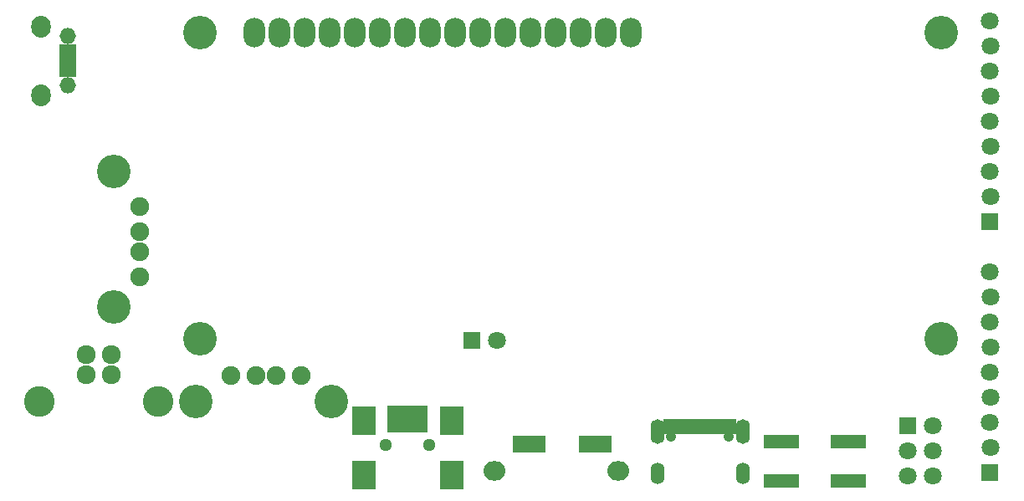
<source format=gbr>
G04 #@! TF.FileFunction,Soldermask,Top*
%FSLAX46Y46*%
G04 Gerber Fmt 4.6, Leading zero omitted, Abs format (unit mm)*
G04 Created by KiCad (PCBNEW 4.0.5+dfsg1-4) date Fri Oct  5 16:33:36 2018*
%MOMM*%
%LPD*%
G01*
G04 APERTURE LIST*
%ADD10C,0.100000*%
%ADD11O,1.400000X2.200000*%
%ADD12O,1.400000X2.500000*%
%ADD13C,1.050000*%
%ADD14R,0.700000X1.540000*%
%ADD15R,1.797000X1.797000*%
%ADD16C,1.797000*%
%ADD17R,0.900380X2.701240*%
%ADD18R,2.398980X2.899360*%
%ADD19C,1.299160*%
%ADD20R,0.800000X1.750000*%
%ADD21O,2.200000X1.950000*%
%ADD22C,1.901140*%
%ADD23C,3.399740*%
%ADD24C,1.924000*%
%ADD25C,3.100020*%
%ADD26R,1.750000X0.800000*%
%ADD27O,1.650000X1.650000*%
%ADD28O,1.950000X2.200000*%
%ADD29R,3.600000X1.400000*%
%ADD30O,2.200000X3.000000*%
%ADD31C,3.400000*%
G04 APERTURE END LIST*
D10*
D11*
X114760000Y-97590000D03*
X123400000Y-97590000D03*
D12*
X114760000Y-93410000D03*
X123400000Y-93410000D03*
D13*
X116190000Y-93910000D03*
X121970000Y-93910000D03*
D14*
X117330000Y-92840000D03*
X117830000Y-92840000D03*
X118330000Y-92840000D03*
X118830000Y-92840000D03*
X119330000Y-92840000D03*
X119830000Y-92840000D03*
X120330000Y-92840000D03*
X120830000Y-92840000D03*
X115730000Y-92840000D03*
X116030000Y-92840000D03*
X116530000Y-92840000D03*
X116830000Y-92840000D03*
X121330000Y-92840000D03*
X121630000Y-92840000D03*
X122130000Y-92840000D03*
X122430000Y-92840000D03*
D15*
X140140000Y-92750000D03*
D16*
X142680000Y-92750000D03*
X140140000Y-95290000D03*
X142680000Y-95290000D03*
X140140000Y-97830000D03*
X142680000Y-97830000D03*
D15*
X95984575Y-84132751D03*
D16*
X98524575Y-84132751D03*
D17*
X87899800Y-92150680D03*
X88699900Y-92150680D03*
X89500000Y-92150680D03*
X90300100Y-92150680D03*
X91100200Y-92150680D03*
D18*
X85049920Y-92249740D03*
X85049920Y-97748840D03*
X93950080Y-92249740D03*
X93950080Y-97748840D03*
D19*
X87300360Y-94749100D03*
X91699640Y-94749100D03*
D20*
X109800000Y-94637460D03*
X109150000Y-94637460D03*
X101799100Y-94637460D03*
X107850000Y-94637460D03*
X107200000Y-94637460D03*
X100499100Y-94637460D03*
X101149100Y-94637460D03*
X108500000Y-94637460D03*
X102449100Y-94637460D03*
X103099100Y-94637460D03*
D21*
X98299100Y-97337460D03*
X110850000Y-97337460D03*
D22*
X78772000Y-87700000D03*
X76232000Y-87700000D03*
X74200000Y-87700000D03*
X71660000Y-87700000D03*
D23*
X81820000Y-90367000D03*
X68104000Y-90367000D03*
D22*
X62402120Y-77712860D03*
X62402120Y-75172860D03*
X62402120Y-73140860D03*
X62402120Y-70600860D03*
D23*
X59735120Y-80760860D03*
X59735120Y-67044860D03*
D24*
X57000000Y-85600000D03*
X59540000Y-85600000D03*
X59540000Y-87598980D03*
X57000000Y-87598980D03*
D25*
X52270520Y-90299000D03*
X64269480Y-90299000D03*
D16*
X148400000Y-92420000D03*
X148521920Y-89880000D03*
X148400000Y-87340000D03*
X148521920Y-84800000D03*
X148400000Y-82260000D03*
X148521920Y-94960000D03*
X148521920Y-79720000D03*
D15*
X148400000Y-97500000D03*
D16*
X148400000Y-77180000D03*
X148400000Y-67020000D03*
X148521920Y-64480000D03*
X148400000Y-61940000D03*
X148521920Y-59400000D03*
X148400000Y-56860000D03*
X148521920Y-69560000D03*
X148521920Y-54320000D03*
D15*
X148400000Y-72100000D03*
D16*
X148400000Y-51780000D03*
D26*
X55092540Y-54559100D03*
X55092540Y-55209100D03*
X55092540Y-55859100D03*
X55092540Y-56509100D03*
X55092540Y-57159100D03*
D27*
X55092540Y-53359100D03*
X55092540Y-58359100D03*
D28*
X52392540Y-52359100D03*
X52392540Y-59359100D03*
D29*
X134130000Y-94400000D03*
X127330000Y-94400000D03*
X127330000Y-98400000D03*
X134130000Y-98400000D03*
D30*
X74000000Y-53000000D03*
X76540000Y-53000000D03*
X79080000Y-53000000D03*
X81620000Y-53000000D03*
X84160000Y-53000000D03*
X86700000Y-53000000D03*
X89240000Y-53000000D03*
X91780000Y-53000000D03*
X94320000Y-53000000D03*
X96860000Y-53000000D03*
X99400000Y-53000000D03*
X101940000Y-53000000D03*
X104480000Y-53000000D03*
X107020000Y-53000000D03*
X109560000Y-53000000D03*
X112100000Y-53000000D03*
D31*
X68500900Y-53000000D03*
X68500900Y-84000700D03*
X143499480Y-84000700D03*
X143499480Y-53000000D03*
M02*

</source>
